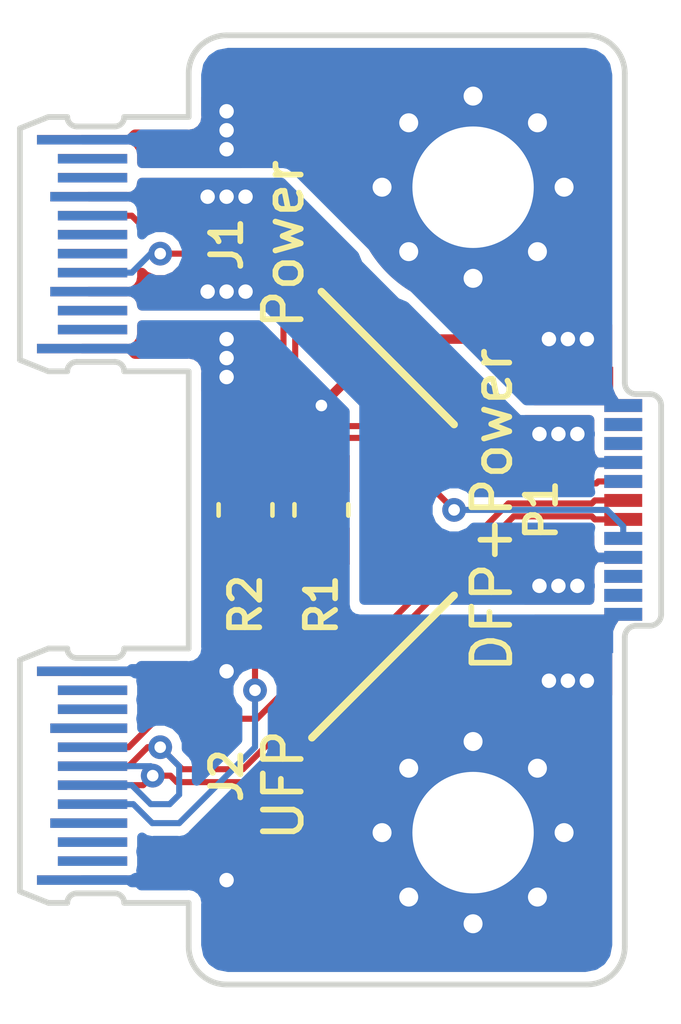
<source format=kicad_pcb>
(kicad_pcb (version 20171130) (host pcbnew 5.0.0-rc2-dev-unknown-r12871-bfe636d3)

  (general
    (thickness 0.6)
    (drawings 47)
    (tracks 158)
    (zones 0)
    (modules 7)
    (nets 47)
  )

  (page USLetter)
  (title_block
    (title "PD Buddy Wye")
    (date 2017-08-06)
    (rev v1.2)
  )

  (layers
    (0 F.Cu signal)
    (31 B.Cu signal)
    (32 B.Adhes user)
    (33 F.Adhes user)
    (34 B.Paste user)
    (35 F.Paste user)
    (36 B.SilkS user)
    (37 F.SilkS user)
    (38 B.Mask user)
    (39 F.Mask user)
    (40 Dwgs.User user)
    (41 Cmts.User user)
    (42 Eco1.User user)
    (43 Eco2.User user)
    (44 Edge.Cuts user)
    (45 Margin user)
    (46 B.CrtYd user)
    (47 F.CrtYd user)
    (48 B.Fab user)
    (49 F.Fab user)
  )

  (setup
    (last_trace_width 0.16)
    (trace_clearance 0.15)
    (zone_clearance 0.254)
    (zone_45_only no)
    (trace_min 0.16)
    (segment_width 0.2)
    (edge_width 0.15)
    (via_size 0.625)
    (via_drill 0.305)
    (via_min_size 0.4)
    (via_min_drill 0.3)
    (uvia_size 0.3)
    (uvia_drill 0.1)
    (uvias_allowed no)
    (uvia_min_size 0.2)
    (uvia_min_drill 0.1)
    (pcb_text_width 0.3)
    (pcb_text_size 1.5 1.5)
    (mod_edge_width 0.15)
    (mod_text_size 0.8 0.8)
    (mod_text_width 0.15)
    (pad_size 0.5 0.5)
    (pad_drill 0)
    (pad_to_mask_clearance 0.1)
    (aux_axis_origin 0 0)
    (visible_elements FFFFFF7F)
    (pcbplotparams
      (layerselection 0x00030_80000001)
      (usegerberextensions false)
      (usegerberattributes false)
      (usegerberadvancedattributes false)
      (creategerberjobfile false)
      (excludeedgelayer true)
      (linewidth 0.100000)
      (plotframeref false)
      (viasonmask false)
      (mode 1)
      (useauxorigin false)
      (hpglpennumber 1)
      (hpglpenspeed 20)
      (hpglpendiameter 15)
      (psnegative false)
      (psa4output false)
      (plotreference true)
      (plotvalue true)
      (plotinvisibletext false)
      (padsonsilk false)
      (subtractmaskfromsilk false)
      (outputformat 1)
      (mirror false)
      (drillshape 1)
      (scaleselection 1)
      (outputdirectory ""))
  )

  (net 0 "")
  (net 1 GND)
  (net 2 "Net-(J1-PadA2)")
  (net 3 "Net-(J1-PadA3)")
  (net 4 VBUS)
  (net 5 "Net-(J1-PadA6)")
  (net 6 "Net-(J1-PadA7)")
  (net 7 "Net-(J1-PadA10)")
  (net 8 "Net-(J1-PadA8)")
  (net 9 "Net-(J1-PadA11)")
  (net 10 "Net-(J1-PadB6)")
  (net 11 "Net-(J1-PadB7)")
  (net 12 "Net-(J1-PadB2)")
  (net 13 "Net-(J1-PadB3)")
  (net 14 "Net-(J1-PadB8)")
  (net 15 "Net-(J1-PadB10)")
  (net 16 "Net-(J1-PadB11)")
  (net 17 "Net-(J2-PadA2)")
  (net 18 "Net-(J2-PadA3)")
  (net 19 "Net-(J2-PadA4)")
  (net 20 "Net-(J2-PadA10)")
  (net 21 "Net-(J2-PadA9)")
  (net 22 "Net-(J2-PadA8)")
  (net 23 "Net-(J2-PadA11)")
  (net 24 "Net-(J2-PadB4)")
  (net 25 "Net-(J2-PadB9)")
  (net 26 "Net-(J2-PadB2)")
  (net 27 "Net-(J2-PadB3)")
  (net 28 "Net-(J2-PadB8)")
  (net 29 "Net-(J2-PadB10)")
  (net 30 "Net-(J2-PadB11)")
  (net 31 "Net-(P1-PadA2)")
  (net 32 "Net-(P1-PadA3)")
  (net 33 "Net-(P1-PadA8)")
  (net 34 "Net-(P1-PadA10)")
  (net 35 "Net-(P1-PadA11)")
  (net 36 "Net-(P1-PadB2)")
  (net 37 "Net-(P1-PadB3)")
  (net 38 "Net-(P1-PadB8)")
  (net 39 "Net-(P1-PadB10)")
  (net 40 "Net-(P1-PadB11)")
  (net 41 /D+)
  (net 42 /D-)
  (net 43 /CC1P)
  (net 44 /CC2P)
  (net 45 /CC1D)
  (net 46 /CC2D)

  (net_class Default "This is the default net class."
    (clearance 0.15)
    (trace_width 0.16)
    (via_dia 0.625)
    (via_drill 0.305)
    (uvia_dia 0.3)
    (uvia_drill 0.1)
    (add_net /CC1D)
    (add_net /CC1P)
    (add_net /CC2D)
    (add_net /CC2P)
    (add_net /D+)
    (add_net /D-)
    (add_net "Net-(J1-PadA10)")
    (add_net "Net-(J1-PadA11)")
    (add_net "Net-(J1-PadA2)")
    (add_net "Net-(J1-PadA3)")
    (add_net "Net-(J1-PadA6)")
    (add_net "Net-(J1-PadA7)")
    (add_net "Net-(J1-PadA8)")
    (add_net "Net-(J1-PadB10)")
    (add_net "Net-(J1-PadB11)")
    (add_net "Net-(J1-PadB2)")
    (add_net "Net-(J1-PadB3)")
    (add_net "Net-(J1-PadB6)")
    (add_net "Net-(J1-PadB7)")
    (add_net "Net-(J1-PadB8)")
    (add_net "Net-(J2-PadA10)")
    (add_net "Net-(J2-PadA11)")
    (add_net "Net-(J2-PadA2)")
    (add_net "Net-(J2-PadA3)")
    (add_net "Net-(J2-PadA4)")
    (add_net "Net-(J2-PadA8)")
    (add_net "Net-(J2-PadA9)")
    (add_net "Net-(J2-PadB10)")
    (add_net "Net-(J2-PadB11)")
    (add_net "Net-(J2-PadB2)")
    (add_net "Net-(J2-PadB3)")
    (add_net "Net-(J2-PadB4)")
    (add_net "Net-(J2-PadB8)")
    (add_net "Net-(J2-PadB9)")
    (add_net "Net-(P1-PadA10)")
    (add_net "Net-(P1-PadA11)")
    (add_net "Net-(P1-PadA2)")
    (add_net "Net-(P1-PadA3)")
    (add_net "Net-(P1-PadA8)")
    (add_net "Net-(P1-PadB10)")
    (add_net "Net-(P1-PadB11)")
    (add_net "Net-(P1-PadB2)")
    (add_net "Net-(P1-PadB3)")
    (add_net "Net-(P1-PadB8)")
  )

  (net_class Power ""
    (clearance 0.15)
    (trace_width 0.7)
    (via_dia 0.7)
    (via_drill 0.38)
    (uvia_dia 0.3)
    (uvia_drill 0.1)
  )

  (net_class Power_Small ""
    (clearance 0.15)
    (trace_width 0.25)
    (via_dia 0.7)
    (via_drill 0.38)
    (uvia_dia 0.3)
    (uvia_drill 0.1)
    (add_net GND)
    (add_net VBUS)
  )

  (module Connector_USB_C_PCBEdge:USB_C_Receptacle_PCBEdge_Alt_ShieldPads (layer F.Cu) (tedit 5AEE034E) (tstamp 5AEE0B19)
    (at 107.5 119.5 270)
    (descr "USB Type-C Receptacle, PCB edge, Non-conductive shell, With shield pads, http://www.usb.org/developers/docs/usb_31_033017.zip")
    (tags "USB Type-C Receptacle PCB edge non-conductive shield")
    (path /59860C73)
    (attr virtual)
    (fp_text reference J2 (at 0 -1 270) (layer F.SilkS)
      (effects (font (size 0.8 0.8) (thickness 0.15)))
    )
    (fp_text value UFP (at 0.25 -2.5 270) (layer F.SilkS)
      (effects (font (size 1 1) (thickness 0.15)))
    )
    (fp_line (start -3.045 4.45) (end 3.045 4.45) (layer Dwgs.User) (width 0.1))
    (fp_line (start -3.345 3.7) (end -3.045 4.45) (layer Dwgs.User) (width 0.1))
    (fp_line (start 3.345 3.7) (end 3.045 4.45) (layer Dwgs.User) (width 0.1))
    (fp_line (start 3.345 3.2) (end 3.345 3.7) (layer Dwgs.User) (width 0.1))
    (fp_line (start 3.345 0) (end 3.345 1.7) (layer Dwgs.User) (width 0.1))
    (fp_arc (start 3.345 1.95) (end 3.345 1.7) (angle -90) (layer Dwgs.User) (width 0.1))
    (fp_arc (start 3.345 2.95) (end 3.095 2.95) (angle -90) (layer Dwgs.User) (width 0.1))
    (fp_line (start 3.095 2.95) (end 3.095 1.95) (layer Dwgs.User) (width 0.1))
    (fp_arc (start -3.345 1.95) (end -3.345 1.7) (angle 90) (layer Dwgs.User) (width 0.1))
    (fp_line (start -3.095 2.95) (end -3.095 1.95) (layer Dwgs.User) (width 0.1))
    (fp_arc (start -3.345 2.95) (end -3.095 2.95) (angle 90) (layer Dwgs.User) (width 0.1))
    (fp_line (start -3.345 3.2) (end -3.345 3.7) (layer Dwgs.User) (width 0.1))
    (fp_line (start -3.345 0) (end -3.345 1.7) (layer Dwgs.User) (width 0.1))
    (fp_line (start -2.8 0) (end 2.8 0) (layer F.Fab) (width 0.1))
    (fp_line (start 2.8 0) (end 2.8 1.37) (layer F.Fab) (width 0.1))
    (fp_line (start 2.8 1.37) (end -2.8 1.37) (layer F.Fab) (width 0.1))
    (fp_line (start -2.8 1.37) (end -2.8 0) (layer F.Fab) (width 0.1))
    (fp_line (start 3.345 0) (end 4.17 0) (layer Dwgs.User) (width 0.1))
    (fp_line (start -3.345 0) (end -4.17 0) (layer Dwgs.User) (width 0.1))
    (fp_text user "PCB Edge" (at 0 4.45 270) (layer Cmts.User)
      (effects (font (size 0.5 0.5) (thickness 0.075)))
    )
    (fp_line (start -4.17 -1) (end 4.17 -1) (layer F.CrtYd) (width 0.05))
    (fp_line (start 4.17 -1) (end 4.17 4.95) (layer F.CrtYd) (width 0.05))
    (fp_line (start 4.17 4.95) (end -4.17 4.95) (layer F.CrtYd) (width 0.05))
    (fp_line (start -4.17 4.95) (end -4.17 -1) (layer F.CrtYd) (width 0.05))
    (fp_text user "SH pad ⌀1.2mm" (at 0 0.7 270) (layer Cmts.User)
      (effects (font (size 0.5 0.5) (thickness 0.075)))
    )
    (fp_text user "Signal pads ⌀0.7mm" (at 0 2.6 270) (layer Cmts.User)
      (effects (font (size 0.5 0.5) (thickness 0.075)))
    )
    (fp_poly (pts (xy -3.35 1.6) (xy 3.35 1.6) (xy 3.35 4.45) (xy -3.35 4.45)) (layer F.Mask) (width 0))
    (fp_poly (pts (xy -3.35 1.6) (xy 3.35 1.6) (xy 3.35 4.45) (xy -3.35 4.45)) (layer B.Mask) (width 0))
    (pad S1 smd rect (at -2.75 -0.25 270) (size 0.5 0.5) (layers B.Cu B.Paste B.Mask)
      (net 1 GND))
    (pad S1 smd rect (at -2.75 -0.25 270) (size 0.5 0.5) (layers F.Cu F.Paste F.Mask)
      (net 1 GND))
    (pad S1 smd rect (at 2.75 -0.25 270) (size 0.5 0.5) (layers B.Cu B.Paste B.Mask)
      (net 1 GND))
    (pad A7 connect rect (at 0.25 2.535 270) (size 0.25 1.83) (layers F.Cu F.Mask)
      (net 42 /D-))
    (pad A6 connect rect (at -0.25 2.535 270) (size 0.25 1.83) (layers F.Cu F.Mask)
      (net 41 /D+))
    (pad A5 connect rect (at -0.75 2.535 270) (size 0.25 1.83) (layers F.Cu F.Mask)
      (net 45 /CC1D))
    (pad A8 connect rect (at 0.75 2.535 270) (size 0.25 1.83) (layers F.Cu F.Mask)
      (net 22 "Net-(J2-PadA8)"))
    (pad A3 connect rect (at -1.75 2.535 270) (size 0.25 1.83) (layers F.Cu F.Mask)
      (net 18 "Net-(J2-PadA3)"))
    (pad A2 connect rect (at -2.25 2.535 270) (size 0.25 1.83) (layers F.Cu F.Mask)
      (net 17 "Net-(J2-PadA2)"))
    (pad A10 connect rect (at 1.75 2.535 270) (size 0.25 1.83) (layers F.Cu F.Mask)
      (net 20 "Net-(J2-PadA10)"))
    (pad A11 connect rect (at 2.25 2.535 270) (size 0.25 1.83) (layers F.Cu F.Mask)
      (net 23 "Net-(J2-PadA11)"))
    (pad A1 connect rect (at -2.75 2.81 270) (size 0.25 2.38) (layers F.Cu F.Mask)
      (net 1 GND))
    (pad A4 connect rect (at -1.25 2.635 270) (size 0.25 2.03) (layers F.Cu F.Mask)
      (net 19 "Net-(J2-PadA4)"))
    (pad A9 connect rect (at 1.25 2.635 270) (size 0.25 2.03) (layers F.Cu F.Mask)
      (net 21 "Net-(J2-PadA9)"))
    (pad S1 smd rect (at 2.75 -0.25 270) (size 0.5 0.5) (layers F.Cu F.Paste F.Mask)
      (net 1 GND))
    (pad B11 connect rect (at -2.25 2.535 270) (size 0.25 1.83) (layers B.Cu B.Mask)
      (net 30 "Net-(J2-PadB11)"))
    (pad B6 connect rect (at 0.25 2.535 270) (size 0.25 1.83) (layers B.Cu B.Mask)
      (net 41 /D+))
    (pad B4 connect rect (at 1.25 2.635 270) (size 0.25 2.03) (layers B.Cu B.Mask)
      (net 24 "Net-(J2-PadB4)"))
    (pad B10 connect rect (at -1.75 2.535 270) (size 0.25 1.83) (layers B.Cu B.Mask)
      (net 29 "Net-(J2-PadB10)"))
    (pad B9 connect rect (at -1.25 2.635 270) (size 0.25 2.03) (layers B.Cu B.Mask)
      (net 25 "Net-(J2-PadB9)"))
    (pad B2 connect rect (at 2.25 2.535 270) (size 0.25 1.83) (layers B.Cu B.Mask)
      (net 26 "Net-(J2-PadB2)"))
    (pad B1 connect rect (at 2.75 2.81 270) (size 0.25 2.38) (layers B.Cu B.Mask)
      (net 1 GND))
    (pad B3 connect rect (at 1.75 2.535 270) (size 0.25 1.83) (layers B.Cu B.Mask)
      (net 27 "Net-(J2-PadB3)"))
    (pad B12 connect rect (at -2.75 2.81 270) (size 0.25 2.38) (layers B.Cu B.Mask)
      (net 1 GND))
    (pad B8 connect rect (at -0.75 2.535 270) (size 0.25 1.83) (layers B.Cu B.Mask)
      (net 28 "Net-(J2-PadB8)"))
    (pad B5 connect rect (at 0.75 2.535 270) (size 0.25 1.83) (layers B.Cu B.Mask)
      (net 46 /CC2D))
    (pad B7 connect rect (at -0.25 2.535 270) (size 0.25 1.83) (layers B.Cu B.Mask)
      (net 42 /D-))
    (pad A12 connect rect (at 2.75 2.81 270) (size 0.25 2.38) (layers F.Cu F.Mask)
      (net 1 GND))
  )

  (module Connector_USB_C_PCBEdge:USB_C_Receptacle_PCBEdge_Alt_ShieldPads (layer F.Cu) (tedit 5AEE034A) (tstamp 5AEE1214)
    (at 107.5 105.5 270)
    (descr "USB Type-C Receptacle, PCB edge, Non-conductive shell, With shield pads, http://www.usb.org/developers/docs/usb_31_033017.zip")
    (tags "USB Type-C Receptacle PCB edge non-conductive shield")
    (path /59860B95)
    (attr virtual)
    (fp_text reference J1 (at 0 -1 270) (layer F.SilkS)
      (effects (font (size 0.8 0.8) (thickness 0.15)))
    )
    (fp_text value Power (at 0 -2.5 270) (layer F.SilkS)
      (effects (font (size 1 1) (thickness 0.15)))
    )
    (fp_poly (pts (xy -3.35 1.6) (xy 3.35 1.6) (xy 3.35 4.45) (xy -3.35 4.45)) (layer B.Mask) (width 0))
    (fp_poly (pts (xy -3.35 1.6) (xy 3.35 1.6) (xy 3.35 4.45) (xy -3.35 4.45)) (layer F.Mask) (width 0))
    (fp_text user "Signal pads ⌀0.7mm" (at 0 2.6 270) (layer Cmts.User)
      (effects (font (size 0.5 0.5) (thickness 0.075)))
    )
    (fp_text user "SH pad ⌀1.2mm" (at 0 0.7 270) (layer Cmts.User)
      (effects (font (size 0.5 0.5) (thickness 0.075)))
    )
    (fp_line (start -4.17 4.95) (end -4.17 -1) (layer F.CrtYd) (width 0.05))
    (fp_line (start 4.17 4.95) (end -4.17 4.95) (layer F.CrtYd) (width 0.05))
    (fp_line (start 4.17 -1) (end 4.17 4.95) (layer F.CrtYd) (width 0.05))
    (fp_line (start -4.17 -1) (end 4.17 -1) (layer F.CrtYd) (width 0.05))
    (fp_text user "PCB Edge" (at 0 4.45 270) (layer Cmts.User)
      (effects (font (size 0.5 0.5) (thickness 0.075)))
    )
    (fp_line (start -3.345 0) (end -4.17 0) (layer Dwgs.User) (width 0.1))
    (fp_line (start 3.345 0) (end 4.17 0) (layer Dwgs.User) (width 0.1))
    (fp_line (start -2.8 1.37) (end -2.8 0) (layer F.Fab) (width 0.1))
    (fp_line (start 2.8 1.37) (end -2.8 1.37) (layer F.Fab) (width 0.1))
    (fp_line (start 2.8 0) (end 2.8 1.37) (layer F.Fab) (width 0.1))
    (fp_line (start -2.8 0) (end 2.8 0) (layer F.Fab) (width 0.1))
    (fp_line (start -3.345 0) (end -3.345 1.7) (layer Dwgs.User) (width 0.1))
    (fp_line (start -3.345 3.2) (end -3.345 3.7) (layer Dwgs.User) (width 0.1))
    (fp_arc (start -3.345 2.95) (end -3.095 2.95) (angle 90) (layer Dwgs.User) (width 0.1))
    (fp_line (start -3.095 2.95) (end -3.095 1.95) (layer Dwgs.User) (width 0.1))
    (fp_arc (start -3.345 1.95) (end -3.345 1.7) (angle 90) (layer Dwgs.User) (width 0.1))
    (fp_line (start 3.095 2.95) (end 3.095 1.95) (layer Dwgs.User) (width 0.1))
    (fp_arc (start 3.345 2.95) (end 3.095 2.95) (angle -90) (layer Dwgs.User) (width 0.1))
    (fp_arc (start 3.345 1.95) (end 3.345 1.7) (angle -90) (layer Dwgs.User) (width 0.1))
    (fp_line (start 3.345 0) (end 3.345 1.7) (layer Dwgs.User) (width 0.1))
    (fp_line (start 3.345 3.2) (end 3.345 3.7) (layer Dwgs.User) (width 0.1))
    (fp_line (start 3.345 3.7) (end 3.045 4.45) (layer Dwgs.User) (width 0.1))
    (fp_line (start -3.345 3.7) (end -3.045 4.45) (layer Dwgs.User) (width 0.1))
    (fp_line (start -3.045 4.45) (end 3.045 4.45) (layer Dwgs.User) (width 0.1))
    (pad A12 connect rect (at 2.75 2.81 270) (size 0.25 2.38) (layers F.Cu F.Mask)
      (net 1 GND))
    (pad B7 connect rect (at -0.25 2.535 270) (size 0.25 1.83) (layers B.Cu B.Mask)
      (net 11 "Net-(J1-PadB7)"))
    (pad B5 connect rect (at 0.75 2.535 270) (size 0.25 1.83) (layers B.Cu B.Mask)
      (net 44 /CC2P))
    (pad B8 connect rect (at -0.75 2.535 270) (size 0.25 1.83) (layers B.Cu B.Mask)
      (net 14 "Net-(J1-PadB8)"))
    (pad B12 connect rect (at -2.75 2.81 270) (size 0.25 2.38) (layers B.Cu B.Mask)
      (net 1 GND))
    (pad B3 connect rect (at 1.75 2.535 270) (size 0.25 1.83) (layers B.Cu B.Mask)
      (net 13 "Net-(J1-PadB3)"))
    (pad B1 connect rect (at 2.75 2.81 270) (size 0.25 2.38) (layers B.Cu B.Mask)
      (net 1 GND))
    (pad B2 connect rect (at 2.25 2.535 270) (size 0.25 1.83) (layers B.Cu B.Mask)
      (net 12 "Net-(J1-PadB2)"))
    (pad B9 connect rect (at -1.25 2.635 270) (size 0.25 2.03) (layers B.Cu B.Mask)
      (net 4 VBUS))
    (pad B10 connect rect (at -1.75 2.535 270) (size 0.25 1.83) (layers B.Cu B.Mask)
      (net 15 "Net-(J1-PadB10)"))
    (pad B4 connect rect (at 1.25 2.635 270) (size 0.25 2.03) (layers B.Cu B.Mask)
      (net 4 VBUS))
    (pad B6 connect rect (at 0.25 2.535 270) (size 0.25 1.83) (layers B.Cu B.Mask)
      (net 10 "Net-(J1-PadB6)"))
    (pad B11 connect rect (at -2.25 2.535 270) (size 0.25 1.83) (layers B.Cu B.Mask)
      (net 16 "Net-(J1-PadB11)"))
    (pad S1 smd rect (at 2.75 -0.25 270) (size 0.5 0.5) (layers F.Cu F.Paste F.Mask)
      (net 1 GND))
    (pad A9 connect rect (at 1.25 2.635 270) (size 0.25 2.03) (layers F.Cu F.Mask)
      (net 4 VBUS))
    (pad A4 connect rect (at -1.25 2.635 270) (size 0.25 2.03) (layers F.Cu F.Mask)
      (net 4 VBUS))
    (pad A1 connect rect (at -2.75 2.81 270) (size 0.25 2.38) (layers F.Cu F.Mask)
      (net 1 GND))
    (pad A11 connect rect (at 2.25 2.535 270) (size 0.25 1.83) (layers F.Cu F.Mask)
      (net 9 "Net-(J1-PadA11)"))
    (pad A10 connect rect (at 1.75 2.535 270) (size 0.25 1.83) (layers F.Cu F.Mask)
      (net 7 "Net-(J1-PadA10)"))
    (pad A2 connect rect (at -2.25 2.535 270) (size 0.25 1.83) (layers F.Cu F.Mask)
      (net 2 "Net-(J1-PadA2)"))
    (pad A3 connect rect (at -1.75 2.535 270) (size 0.25 1.83) (layers F.Cu F.Mask)
      (net 3 "Net-(J1-PadA3)"))
    (pad A8 connect rect (at 0.75 2.535 270) (size 0.25 1.83) (layers F.Cu F.Mask)
      (net 8 "Net-(J1-PadA8)"))
    (pad A5 connect rect (at -0.75 2.535 270) (size 0.25 1.83) (layers F.Cu F.Mask)
      (net 43 /CC1P))
    (pad A6 connect rect (at -0.25 2.535 270) (size 0.25 1.83) (layers F.Cu F.Mask)
      (net 5 "Net-(J1-PadA6)"))
    (pad A7 connect rect (at 0.25 2.535 270) (size 0.25 1.83) (layers F.Cu F.Mask)
      (net 6 "Net-(J1-PadA7)"))
    (pad S1 smd rect (at 2.75 -0.25 270) (size 0.5 0.5) (layers B.Cu B.Paste B.Mask)
      (net 1 GND))
    (pad S1 smd rect (at -2.75 -0.25 270) (size 0.5 0.5) (layers F.Cu F.Paste F.Mask)
      (net 1 GND))
    (pad S1 smd rect (at -2.75 -0.25 270) (size 0.5 0.5) (layers B.Cu B.Paste B.Mask)
      (net 1 GND))
  )

  (module Resistor_SMD:R_0805_2012Metric (layer F.Cu) (tedit 59FE48B8) (tstamp 5AC3F9EF)
    (at 109 112.5 270)
    (descr "Resistor SMD 0805 (2012 Metric), square (rectangular) end terminal, IPC_7351 nominal, (Body size source: http://www.tortai-tech.com/upload/download/2011102023233369053.pdf), generated with kicad-footprint-generator")
    (tags resistor)
    (path /59863CCA)
    (attr smd)
    (fp_text reference R2 (at 2.5 0 270) (layer F.SilkS)
      (effects (font (size 0.8 0.8) (thickness 0.15)))
    )
    (fp_text value 5.1k (at 0 1.85 270) (layer F.Fab)
      (effects (font (size 1 1) (thickness 0.15)))
    )
    (fp_line (start -1 0.6) (end -1 -0.6) (layer F.Fab) (width 0.1))
    (fp_line (start -1 -0.6) (end 1 -0.6) (layer F.Fab) (width 0.1))
    (fp_line (start 1 -0.6) (end 1 0.6) (layer F.Fab) (width 0.1))
    (fp_line (start 1 0.6) (end -1 0.6) (layer F.Fab) (width 0.1))
    (fp_line (start -0.15 -0.71) (end 0.15 -0.71) (layer F.SilkS) (width 0.12))
    (fp_line (start -0.15 0.71) (end 0.15 0.71) (layer F.SilkS) (width 0.12))
    (fp_line (start -1.69 1) (end -1.69 -1) (layer F.CrtYd) (width 0.05))
    (fp_line (start -1.69 -1) (end 1.69 -1) (layer F.CrtYd) (width 0.05))
    (fp_line (start 1.69 -1) (end 1.69 1) (layer F.CrtYd) (width 0.05))
    (fp_line (start 1.69 1) (end -1.69 1) (layer F.CrtYd) (width 0.05))
    (fp_text user %R (at 0 0 270) (layer F.Fab)
      (effects (font (size 0.5 0.5) (thickness 0.08)))
    )
    (pad 1 smd rect (at -0.955 0 270) (size 0.97 1.5) (layers F.Cu F.Paste F.Mask)
      (net 1 GND))
    (pad 2 smd rect (at 0.955 0 270) (size 0.97 1.5) (layers F.Cu F.Paste F.Mask)
      (net 46 /CC2D))
    (model ${KISYS3DMOD}/Resistor_SMD.3dshapes/R_0805_2012Metric.wrl
      (at (xyz 0 0 0))
      (scale (xyz 1 1 1))
      (rotate (xyz 0 0 0))
    )
  )

  (module Resistor_SMD:R_0805_2012Metric (layer F.Cu) (tedit 59FE48B8) (tstamp 5AC3F9DF)
    (at 111 112.5 90)
    (descr "Resistor SMD 0805 (2012 Metric), square (rectangular) end terminal, IPC_7351 nominal, (Body size source: http://www.tortai-tech.com/upload/download/2011102023233369053.pdf), generated with kicad-footprint-generator")
    (tags resistor)
    (path /59863DDF)
    (attr smd)
    (fp_text reference R1 (at -2.5 0 90) (layer F.SilkS)
      (effects (font (size 0.8 0.8) (thickness 0.15)))
    )
    (fp_text value 5.1k (at 0 1.85 90) (layer F.Fab)
      (effects (font (size 1 1) (thickness 0.15)))
    )
    (fp_text user %R (at 0 0 90) (layer F.Fab)
      (effects (font (size 0.5 0.5) (thickness 0.08)))
    )
    (fp_line (start 1.69 1) (end -1.69 1) (layer F.CrtYd) (width 0.05))
    (fp_line (start 1.69 -1) (end 1.69 1) (layer F.CrtYd) (width 0.05))
    (fp_line (start -1.69 -1) (end 1.69 -1) (layer F.CrtYd) (width 0.05))
    (fp_line (start -1.69 1) (end -1.69 -1) (layer F.CrtYd) (width 0.05))
    (fp_line (start -0.15 0.71) (end 0.15 0.71) (layer F.SilkS) (width 0.12))
    (fp_line (start -0.15 -0.71) (end 0.15 -0.71) (layer F.SilkS) (width 0.12))
    (fp_line (start 1 0.6) (end -1 0.6) (layer F.Fab) (width 0.1))
    (fp_line (start 1 -0.6) (end 1 0.6) (layer F.Fab) (width 0.1))
    (fp_line (start -1 -0.6) (end 1 -0.6) (layer F.Fab) (width 0.1))
    (fp_line (start -1 0.6) (end -1 -0.6) (layer F.Fab) (width 0.1))
    (pad 2 smd rect (at 0.955 0 90) (size 0.97 1.5) (layers F.Cu F.Paste F.Mask)
      (net 1 GND))
    (pad 1 smd rect (at -0.955 0 90) (size 0.97 1.5) (layers F.Cu F.Paste F.Mask)
      (net 45 /CC1D))
    (model ${KISYS3DMOD}/Resistor_SMD.3dshapes/R_0805_2012Metric.wrl
      (at (xyz 0 0 0))
      (scale (xyz 1 1 1))
      (rotate (xyz 0 0 0))
    )
  )

  (module Connectors_USB:USB_C_Plug_Molex_105444 (layer F.Cu) (tedit 59864031) (tstamp 5986117E)
    (at 119 112.5 270)
    (descr "Universal Serial Bus (USB) Shielded I/O Plug, Type C, Right Angle, Surface Mount, http://www.molex.com/pdm_docs/sd/1054440001_sd.pdf")
    (tags "USB Type-C Plug Edge Mount")
    (path /59860CDD)
    (zone_connect 2)
    (attr smd)
    (fp_text reference P1 (at 0 2.2 270) (layer F.SilkS)
      (effects (font (size 0.8 0.8) (thickness 0.15)))
    )
    (fp_text value DFP+Power (at 0 3.5 270) (layer F.SilkS)
      (effects (font (size 1 1) (thickness 0.15)))
    )
    (fp_text user %R (at 0 2.2 270) (layer F.Fab)
      (effects (font (size 1 1) (thickness 0.1)))
    )
    (fp_line (start -4.3 1.96) (end -4.3 -1.46) (layer F.CrtYd) (width 0.05))
    (fp_text user "PCB Edge" (at 0 -0.96 270) (layer Dwgs.User)
      (effects (font (size 0.5 0.5) (thickness 0.08)))
    )
    (fp_line (start 3.35 0) (end 4.3 0) (layer F.Fab) (width 0.1))
    (fp_line (start 3.05 -0.66) (end 3.05 -0.3) (layer F.Fab) (width 0.1))
    (fp_arc (start 2.75 -0.66) (end 2.75 -0.96) (angle 90) (layer F.Fab) (width 0.1))
    (fp_line (start -2.75 -0.96) (end 2.75 -0.96) (layer F.Fab) (width 0.1))
    (fp_arc (start -2.75 -0.66) (end -3.05 -0.66) (angle 90) (layer F.Fab) (width 0.1))
    (fp_arc (start 3.35 -0.3) (end 3.35 0) (angle 90) (layer F.Fab) (width 0.1))
    (fp_line (start -3.05 -0.66) (end -3.05 -0.3) (layer F.Fab) (width 0.1))
    (fp_arc (start -3.35 -0.3) (end -3.05 -0.3) (angle 90) (layer F.Fab) (width 0.1))
    (fp_line (start -3.35 0) (end -4.3 0) (layer F.Fab) (width 0.1))
    (fp_line (start 4.3 1.96) (end 4.3 -1.46) (layer F.CrtYd) (width 0.05))
    (fp_line (start 4.3 -1.46) (end -4.3 -1.46) (layer F.CrtYd) (width 0.05))
    (fp_line (start 4.3 1.96) (end -4.3 1.96) (layer F.CrtYd) (width 0.05))
    (pad A1 smd rect (at -2.75 0.04 270) (size 0.34 1) (layers F.Cu F.Paste F.Mask)
      (net 1 GND) (zone_connect 2))
    (pad A2 smd rect (at -2.25 0.04 270) (size 0.34 1) (layers F.Cu F.Paste F.Mask)
      (net 31 "Net-(P1-PadA2)") (zone_connect 2))
    (pad A3 smd rect (at -1.75 0.04 270) (size 0.34 1) (layers F.Cu F.Paste F.Mask)
      (net 32 "Net-(P1-PadA3)") (zone_connect 2))
    (pad A4 smd rect (at -1.25 0.04 270) (size 0.34 1) (layers F.Cu F.Paste F.Mask)
      (net 4 VBUS) (zone_connect 2))
    (pad A5 smd rect (at -0.75 0.04 270) (size 0.34 1) (layers F.Cu F.Paste F.Mask)
      (net 43 /CC1P) (zone_connect 2))
    (pad A6 smd rect (at -0.25 0.04 270) (size 0.34 1) (layers F.Cu F.Paste F.Mask)
      (net 41 /D+) (zone_connect 2))
    (pad A7 smd rect (at 0.25 0.04 270) (size 0.34 1) (layers F.Cu F.Paste F.Mask)
      (net 42 /D-) (zone_connect 2))
    (pad A8 smd rect (at 0.75 0.04 270) (size 0.34 1) (layers F.Cu F.Paste F.Mask)
      (net 33 "Net-(P1-PadA8)") (zone_connect 2))
    (pad A9 smd rect (at 1.25 0.04 270) (size 0.34 1) (layers F.Cu F.Paste F.Mask)
      (net 4 VBUS) (zone_connect 2))
    (pad A10 smd rect (at 1.75 0.04 270) (size 0.34 1) (layers F.Cu F.Paste F.Mask)
      (net 34 "Net-(P1-PadA10)") (zone_connect 2))
    (pad A11 smd rect (at 2.25 0.04 270) (size 0.34 1) (layers F.Cu F.Paste F.Mask)
      (net 35 "Net-(P1-PadA11)") (zone_connect 2))
    (pad A12 smd rect (at 2.75 0.04 270) (size 0.34 1) (layers F.Cu F.Paste F.Mask)
      (net 1 GND) (zone_connect 2))
    (pad S1 smd rect (at -3.42 0.88 270) (size 0.7 1.15) (layers F.Cu F.Paste F.Mask)
      (net 1 GND) (zone_connect 2))
    (pad S1 smd rect (at 3.42 0.88 270) (size 0.7 1.15) (layers B.Cu B.Paste B.Mask)
      (net 1 GND) (zone_connect 2))
    (pad B1 smd rect (at 2.75 0.04 270) (size 0.34 1) (layers B.Cu B.Paste B.Mask)
      (net 1 GND) (zone_connect 2))
    (pad B2 smd rect (at 2.25 0.04 270) (size 0.34 1) (layers B.Cu B.Paste B.Mask)
      (net 36 "Net-(P1-PadB2)") (zone_connect 2))
    (pad B3 smd rect (at 1.75 0.04 270) (size 0.34 1) (layers B.Cu B.Paste B.Mask)
      (net 37 "Net-(P1-PadB3)") (zone_connect 2))
    (pad B4 smd rect (at 1.25 0.04 270) (size 0.34 1) (layers B.Cu B.Paste B.Mask)
      (net 4 VBUS) (zone_connect 2))
    (pad B5 smd rect (at 0.75 0.04 270) (size 0.34 1) (layers B.Cu B.Paste B.Mask)
      (net 44 /CC2P) (zone_connect 2))
    (pad B8 smd rect (at -0.75 0.04 270) (size 0.34 1) (layers B.Cu B.Paste B.Mask)
      (net 38 "Net-(P1-PadB8)") (zone_connect 2))
    (pad B9 smd rect (at -1.25 0.04 270) (size 0.34 1) (layers B.Cu B.Paste B.Mask)
      (net 4 VBUS) (zone_connect 2))
    (pad B10 smd rect (at -1.75 0.04 270) (size 0.34 1) (layers B.Cu B.Paste B.Mask)
      (net 39 "Net-(P1-PadB10)") (zone_connect 2))
    (pad B11 smd rect (at -2.25 0.04 270) (size 0.34 1) (layers B.Cu B.Paste B.Mask)
      (net 40 "Net-(P1-PadB11)") (zone_connect 2))
    (pad B12 smd rect (at -2.75 0.04 270) (size 0.34 1) (layers B.Cu B.Paste B.Mask)
      (net 1 GND) (zone_connect 2))
    (model ${KISYS3DMOD}/Connectors_USB.3dshapes/USB_C_Plug_Molex_105444.wrl
      (at (xyz 0 0 0))
      (scale (xyz 1 1 1))
      (rotate (xyz 0 0 0))
    )
  )

  (module Mounting_Holes:MountingHole_3.2mm_M3_Pad_Via (layer F.Cu) (tedit 59861099) (tstamp 59861484)
    (at 115 104)
    (descr "Mounting Hole 3.2mm, M3")
    (tags "mounting hole 3.2mm m3")
    (path /59861CE1)
    (zone_connect 2)
    (fp_text reference MK1 (at 0 -4.2) (layer F.Fab)
      (effects (font (size 0.8 0.8) (thickness 0.15)))
    )
    (fp_text value M3 (at 0 4.2) (layer F.Fab)
      (effects (font (size 1 1) (thickness 0.15)))
    )
    (fp_circle (center 0 0) (end 3.2 0) (layer Cmts.User) (width 0.15))
    (fp_circle (center 0 0) (end 3.45 0) (layer F.CrtYd) (width 0.05))
    (pad 1 thru_hole circle (at 0 0) (size 6.4 6.4) (drill 3.2) (layers *.Cu *.Mask)
      (net 1 GND) (zone_connect 2))
    (pad "" thru_hole circle (at 2.4 0) (size 0.6 0.6) (drill 0.5) (layers *.Cu *.Mask)
      (zone_connect 2))
    (pad "" thru_hole circle (at 1.697056 1.697056) (size 0.6 0.6) (drill 0.5) (layers *.Cu *.Mask)
      (zone_connect 2))
    (pad "" thru_hole circle (at 0 2.4) (size 0.6 0.6) (drill 0.5) (layers *.Cu *.Mask)
      (zone_connect 2))
    (pad "" thru_hole circle (at -1.697056 1.697056) (size 0.6 0.6) (drill 0.5) (layers *.Cu *.Mask)
      (zone_connect 2))
    (pad "" thru_hole circle (at -2.4 0) (size 0.6 0.6) (drill 0.5) (layers *.Cu *.Mask)
      (zone_connect 2))
    (pad "" thru_hole circle (at -1.697056 -1.697056) (size 0.6 0.6) (drill 0.5) (layers *.Cu *.Mask)
      (zone_connect 2))
    (pad "" thru_hole circle (at 0 -2.4) (size 0.6 0.6) (drill 0.5) (layers *.Cu *.Mask)
      (zone_connect 2))
    (pad "" thru_hole circle (at 1.697056 -1.697056) (size 0.6 0.6) (drill 0.5) (layers *.Cu *.Mask)
      (zone_connect 2))
  )

  (module Mounting_Holes:MountingHole_3.2mm_M3_Pad_Via (layer F.Cu) (tedit 5986109E) (tstamp 59861493)
    (at 115 121)
    (descr "Mounting Hole 3.2mm, M3")
    (tags "mounting hole 3.2mm m3")
    (path /59861F93)
    (zone_connect 2)
    (fp_text reference MK2 (at 0 -4.2) (layer F.Fab)
      (effects (font (size 0.8 0.8) (thickness 0.15)))
    )
    (fp_text value M3 (at 0 4.2) (layer F.Fab)
      (effects (font (size 1 1) (thickness 0.15)))
    )
    (fp_circle (center 0 0) (end 3.2 0) (layer Cmts.User) (width 0.15))
    (fp_circle (center 0 0) (end 3.45 0) (layer F.CrtYd) (width 0.05))
    (pad 1 thru_hole circle (at 0 0) (size 6.4 6.4) (drill 3.2) (layers *.Cu *.Mask)
      (net 1 GND) (zone_connect 2))
    (pad "" thru_hole circle (at 2.4 0) (size 0.6 0.6) (drill 0.5) (layers *.Cu *.Mask)
      (zone_connect 2))
    (pad "" thru_hole circle (at 1.697056 1.697056) (size 0.6 0.6) (drill 0.5) (layers *.Cu *.Mask)
      (zone_connect 2))
    (pad "" thru_hole circle (at 0 2.4) (size 0.6 0.6) (drill 0.5) (layers *.Cu *.Mask)
      (zone_connect 2))
    (pad "" thru_hole circle (at -1.697056 1.697056) (size 0.6 0.6) (drill 0.5) (layers *.Cu *.Mask)
      (zone_connect 2))
    (pad "" thru_hole circle (at -2.4 0) (size 0.6 0.6) (drill 0.5) (layers *.Cu *.Mask)
      (zone_connect 2))
    (pad "" thru_hole circle (at -1.697056 -1.697056) (size 0.6 0.6) (drill 0.5) (layers *.Cu *.Mask)
      (zone_connect 2))
    (pad "" thru_hole circle (at 0 -2.4) (size 0.6 0.6) (drill 0.5) (layers *.Cu *.Mask)
      (zone_connect 2))
    (pad "" thru_hole circle (at 1.697056 -1.697056) (size 0.6 0.6) (drill 0.5) (layers *.Cu *.Mask)
      (zone_connect 2))
  )

  (gr_text "PD Buddy\nWye v1.2" (at 109.75 112.5 90) (layer B.Mask) (tstamp 5AC43480)
    (effects (font (size 0.8 0.8) (thickness 0.12)) (justify mirror))
  )
  (gr_arc (start 105.55 116.15) (end 105.55 116.4) (angle -90) (layer Edge.Cuts) (width 0.15) (tstamp 5AD0069F))
  (gr_arc (start 104.55 116.15) (end 104.3 116.15) (angle -90) (layer Edge.Cuts) (width 0.15) (tstamp 5AD0069C))
  (gr_arc (start 104.55 122.85) (end 104.55 122.6) (angle -90) (layer Edge.Cuts) (width 0.15) (tstamp 5AD00699))
  (gr_arc (start 105.55 122.85) (end 105.8 122.85) (angle -90) (layer Edge.Cuts) (width 0.15) (tstamp 5AD00697))
  (gr_arc (start 105.55 108.85) (end 105.8 108.85) (angle -90) (layer Edge.Cuts) (width 0.15) (tstamp 5AD00692))
  (gr_arc (start 104.55 108.85) (end 104.55 108.6) (angle -90) (layer Edge.Cuts) (width 0.15) (tstamp 5AD0068D))
  (gr_arc (start 104.55 102.15) (end 104.3 102.15) (angle -90) (layer Edge.Cuts) (width 0.15) (tstamp 5AD00688))
  (gr_arc (start 105.55 102.15) (end 105.55 102.4) (angle -90) (layer Edge.Cuts) (width 0.15))
  (gr_line (start 107.5 122.85) (end 107.5 124) (layer Edge.Cuts) (width 0.15))
  (gr_line (start 105.8 122.85) (end 107.5 122.85) (layer Edge.Cuts) (width 0.15))
  (gr_line (start 104.55 122.6) (end 105.55 122.6) (layer Edge.Cuts) (width 0.15))
  (gr_line (start 103.8 122.85) (end 104.3 122.85) (layer Edge.Cuts) (width 0.15))
  (gr_line (start 103.05 122.55) (end 103.8 122.85) (layer Edge.Cuts) (width 0.15))
  (gr_line (start 103.05 116.45) (end 103.05 122.55) (layer Edge.Cuts) (width 0.15))
  (gr_line (start 103.8 116.15) (end 103.05 116.45) (layer Edge.Cuts) (width 0.15))
  (gr_line (start 104.3 116.15) (end 103.8 116.15) (layer Edge.Cuts) (width 0.15))
  (gr_line (start 105.55 116.4) (end 104.55 116.4) (layer Edge.Cuts) (width 0.15))
  (gr_line (start 107.5 116.15) (end 105.8 116.15) (layer Edge.Cuts) (width 0.15))
  (gr_line (start 107.5 108.85) (end 107.5 116.15) (layer Edge.Cuts) (width 0.15))
  (gr_line (start 105.8 108.85) (end 107.5 108.85) (layer Edge.Cuts) (width 0.15))
  (gr_line (start 104.55 108.6) (end 105.55 108.6) (layer Edge.Cuts) (width 0.15))
  (gr_line (start 103.8 108.85) (end 104.3 108.85) (layer Edge.Cuts) (width 0.15))
  (gr_line (start 103.05 108.55) (end 103.8 108.85) (layer Edge.Cuts) (width 0.15))
  (gr_line (start 103.05 102.45) (end 103.05 108.55) (layer Edge.Cuts) (width 0.15))
  (gr_line (start 103.8 102.15) (end 103.05 102.45) (layer Edge.Cuts) (width 0.15))
  (gr_line (start 104.3 102.15) (end 103.8 102.15) (layer Edge.Cuts) (width 0.15))
  (gr_line (start 105.55 102.4) (end 104.55 102.4) (layer Edge.Cuts) (width 0.15))
  (gr_line (start 107.5 102.15) (end 105.8 102.15) (layer Edge.Cuts) (width 0.15))
  (gr_line (start 107.5 101) (end 107.5 102.15) (layer Edge.Cuts) (width 0.15))
  (gr_line (start 111 106.75) (end 114.5 110.25) (layer F.SilkS) (width 0.2))
  (gr_line (start 110.75 118.5) (end 114.5 114.75) (layer F.SilkS) (width 0.2))
  (gr_line (start 119.3 109.45) (end 119.66 109.45) (layer Edge.Cuts) (width 0.15))
  (gr_arc (start 119.3 109.15) (end 119.3 109.45) (angle 90) (layer Edge.Cuts) (width 0.15) (tstamp 59861792))
  (gr_line (start 119.96 109.75) (end 119.96 115.25) (layer Edge.Cuts) (width 0.15))
  (gr_arc (start 119.66 109.75) (end 119.66 109.45) (angle 90) (layer Edge.Cuts) (width 0.15) (tstamp 59861790))
  (gr_line (start 119.66 115.55) (end 119.3 115.55) (layer Edge.Cuts) (width 0.15))
  (gr_arc (start 119.66 115.25) (end 119.96 115.25) (angle 90) (layer Edge.Cuts) (width 0.15) (tstamp 5986178E))
  (gr_arc (start 119.3 115.85) (end 119 115.85) (angle 90) (layer Edge.Cuts) (width 0.15))
  (gr_arc (start 118 101) (end 118 100) (angle 90) (layer Edge.Cuts) (width 0.15))
  (gr_arc (start 108.5 101) (end 107.5 101) (angle 90) (layer Edge.Cuts) (width 0.15))
  (gr_arc (start 108.5 124) (end 108.5 125) (angle 90) (layer Edge.Cuts) (width 0.15))
  (gr_arc (start 118 124) (end 119 124) (angle 90) (layer Edge.Cuts) (width 0.15))
  (gr_line (start 119 124) (end 119 115.85) (layer Edge.Cuts) (width 0.15))
  (gr_line (start 108.5 125) (end 118 125) (layer Edge.Cuts) (width 0.15))
  (gr_line (start 118 100) (end 108.5 100) (layer Edge.Cuts) (width 0.15))
  (gr_line (start 119 109.15) (end 119 101) (layer Edge.Cuts) (width 0.15))

  (segment (start 111.312499 109.437501) (end 111 109.75) (width 0.25) (layer F.Cu) (net 1))
  (segment (start 117 108) (end 112.75 108) (width 0.25) (layer F.Cu) (net 1))
  (segment (start 112.75 108) (end 111.312499 109.437501) (width 0.25) (layer F.Cu) (net 1))
  (via (at 111 109.75) (size 0.625) (drill 0.305) (layers F.Cu B.Cu) (net 1))
  (segment (start 104.69 108.25) (end 108.25 108.25) (width 0.25) (layer B.Cu) (net 1))
  (segment (start 104.69 102.75) (end 108.25 102.75) (width 0.25) (layer B.Cu) (net 1))
  (segment (start 104.69 108.25) (end 108.25 108.25) (width 0.25) (layer F.Cu) (net 1))
  (segment (start 104.69 102.75) (end 108.25 102.75) (width 0.25) (layer F.Cu) (net 1))
  (segment (start 111 111.55) (end 109 111.55) (width 0.25) (layer F.Cu) (net 1))
  (segment (start 118 109) (end 118 108) (width 0.25) (layer B.Cu) (net 1))
  (segment (start 118.75 109.75) (end 118 109) (width 0.25) (layer B.Cu) (net 1))
  (segment (start 118.96 109.75) (end 118.75 109.75) (width 0.25) (layer B.Cu) (net 1))
  (segment (start 118.96 115.25) (end 118.79 115.25) (width 0.25) (layer B.Cu) (net 1))
  (segment (start 118.79 115.25) (end 118.12 115.92) (width 0.25) (layer B.Cu) (net 1))
  (segment (start 118 115.88) (end 118 117) (width 0.25) (layer F.Cu) (net 1))
  (segment (start 118.96 115.25) (end 118.63 115.25) (width 0.25) (layer F.Cu) (net 1))
  (segment (start 118.63 115.25) (end 118 115.88) (width 0.25) (layer F.Cu) (net 1))
  (segment (start 118.96 109.75) (end 118.79 109.75) (width 0.25) (layer F.Cu) (net 1))
  (segment (start 118.79 109.75) (end 118.12 109.08) (width 0.25) (layer F.Cu) (net 1))
  (segment (start 118.12 109.08) (end 118.12 108.12) (width 0.25) (layer F.Cu) (net 1))
  (segment (start 118.12 108.12) (end 118 108) (width 0.25) (layer F.Cu) (net 1))
  (segment (start 117.5 117) (end 117 117) (width 0.25) (layer B.Cu) (net 1))
  (via (at 117 117) (size 0.7) (drill 0.38) (layers F.Cu B.Cu) (net 1))
  (segment (start 118 117) (end 117.5 117) (width 0.25) (layer B.Cu) (net 1))
  (via (at 117.5 117) (size 0.7) (drill 0.38) (layers F.Cu B.Cu) (net 1))
  (segment (start 118.12 115.92) (end 118.12 116.88) (width 0.25) (layer B.Cu) (net 1))
  (segment (start 118.12 116.88) (end 118 117) (width 0.25) (layer B.Cu) (net 1))
  (via (at 118 117) (size 0.7) (drill 0.38) (layers F.Cu B.Cu) (net 1))
  (segment (start 117.5 108) (end 117 108) (width 0.25) (layer F.Cu) (net 1))
  (via (at 117 108) (size 0.7) (drill 0.38) (layers F.Cu B.Cu) (net 1))
  (segment (start 118 108) (end 117.5 108) (width 0.25) (layer F.Cu) (net 1))
  (via (at 117.5 108) (size 0.7) (drill 0.38) (layers F.Cu B.Cu) (net 1))
  (via (at 118 108) (size 0.7) (drill 0.38) (layers F.Cu B.Cu) (net 1))
  (segment (start 104.69 116.75) (end 107.75 116.75) (width 0.25) (layer F.Cu) (net 1))
  (segment (start 104.69 122.25) (end 107.75 122.25) (width 0.25) (layer F.Cu) (net 1))
  (segment (start 107.75 116.75) (end 108.5 116.75) (width 0.25) (layer F.Cu) (net 1))
  (via (at 108.5 116.75) (size 0.7) (drill 0.38) (layers F.Cu B.Cu) (net 1))
  (segment (start 104.69 116.75) (end 108.5 116.75) (width 0.25) (layer B.Cu) (net 1))
  (segment (start 107.75 122.25) (end 108.25 122.25) (width 0.25) (layer F.Cu) (net 1))
  (via (at 108.499978 122.25) (size 0.7) (drill 0.38) (layers F.Cu B.Cu) (net 1))
  (segment (start 104.69 122.25) (end 107.75 122.25) (width 0.25) (layer B.Cu) (net 1))
  (segment (start 107.75 122.25) (end 108.25 122.25) (width 0.25) (layer B.Cu) (net 1))
  (segment (start 108.25 122.25) (end 108.499978 122.25) (width 0.25) (layer B.Cu) (net 1))
  (segment (start 108.25 122.25) (end 108.499978 122.25) (width 0.25) (layer F.Cu) (net 1))
  (segment (start 109 109.5) (end 108.849999 109.349999) (width 0.25) (layer F.Cu) (net 1))
  (segment (start 108.849999 109.349999) (end 108.5 109) (width 0.25) (layer F.Cu) (net 1))
  (via (at 108.5 109) (size 0.7) (drill 0.38) (layers F.Cu B.Cu) (net 1))
  (segment (start 109 111.545) (end 109 109.5) (width 0.25) (layer F.Cu) (net 1))
  (via (at 108.5 108.5) (size 0.7) (drill 0.38) (layers F.Cu B.Cu) (net 1))
  (via (at 108.5 108) (size 0.7) (drill 0.38) (layers F.Cu B.Cu) (net 1))
  (via (at 108.5 103) (size 0.7) (drill 0.38) (layers F.Cu B.Cu) (net 1))
  (via (at 108.5 102.5) (size 0.7) (drill 0.38) (layers F.Cu B.Cu) (net 1))
  (via (at 108.5 102) (size 0.7) (drill 0.38) (layers F.Cu B.Cu) (net 1))
  (segment (start 118.96 111.25) (end 118.21 111.25) (width 0.25) (layer B.Cu) (net 4))
  (segment (start 118.21 111.25) (end 117.75 110.79) (width 0.25) (layer B.Cu) (net 4))
  (segment (start 117.75 110.79) (end 117.75 110.5) (width 0.25) (layer B.Cu) (net 4))
  (segment (start 118.96 113.75) (end 118.21 113.75) (width 0.25) (layer B.Cu) (net 4))
  (segment (start 118.21 113.75) (end 117.75 114.21) (width 0.25) (layer B.Cu) (net 4))
  (segment (start 117.75 114.21) (end 117.75 114.5) (width 0.25) (layer B.Cu) (net 4))
  (segment (start 118.96 113.75) (end 118.21 113.75) (width 0.25) (layer F.Cu) (net 4))
  (segment (start 118.21 113.75) (end 117.75 114.21) (width 0.25) (layer F.Cu) (net 4))
  (segment (start 117.75 114.21) (end 117.75 114.5) (width 0.25) (layer F.Cu) (net 4))
  (segment (start 118.96 111.25) (end 118.21 111.25) (width 0.25) (layer F.Cu) (net 4))
  (segment (start 118.21 111.25) (end 117.75 110.79) (width 0.25) (layer F.Cu) (net 4))
  (segment (start 117.75 110.79) (end 117.75 110.5) (width 0.25) (layer F.Cu) (net 4))
  (segment (start 117.25 114.5) (end 116.75 114.5) (width 0.25) (layer F.Cu) (net 4))
  (via (at 116.75 114.5) (size 0.7) (drill 0.38) (layers F.Cu B.Cu) (net 4))
  (segment (start 117.75 114.5) (end 117.25 114.5) (width 0.25) (layer F.Cu) (net 4))
  (via (at 117.25 114.5) (size 0.7) (drill 0.38) (layers F.Cu B.Cu) (net 4))
  (via (at 117.75 114.5) (size 0.7) (drill 0.38) (layers F.Cu B.Cu) (net 4))
  (segment (start 117.25 110.5) (end 116.75 110.5) (width 0.25) (layer F.Cu) (net 4))
  (via (at 116.75 110.5) (size 0.7) (drill 0.38) (layers F.Cu B.Cu) (net 4))
  (via (at 117.25 110.5) (size 0.7) (drill 0.38) (layers F.Cu B.Cu) (net 4))
  (segment (start 117.75 110.5) (end 117.25 110.5) (width 0.25) (layer F.Cu) (net 4))
  (via (at 117.75 110.5) (size 0.7) (drill 0.38) (layers F.Cu B.Cu) (net 4))
  (segment (start 104.865 104.25) (end 108 104.25) (width 0.25) (layer B.Cu) (net 4))
  (via (at 108 104.25) (size 0.7) (drill 0.38) (layers F.Cu B.Cu) (net 4))
  (segment (start 104.865 104.25) (end 108 104.25) (width 0.25) (layer F.Cu) (net 4))
  (via (at 108.5 104.25) (size 0.7) (drill 0.38) (layers F.Cu B.Cu) (net 4))
  (via (at 109 104.25) (size 0.7) (drill 0.38) (layers F.Cu B.Cu) (net 4))
  (segment (start 104.865 106.75) (end 108.000022 106.75) (width 0.25) (layer F.Cu) (net 4))
  (segment (start 104.865 106.75) (end 108.000022 106.75) (width 0.25) (layer B.Cu) (net 4))
  (via (at 108.000022 106.75) (size 0.7) (drill 0.38) (layers F.Cu B.Cu) (net 4))
  (via (at 108.5 106.75) (size 0.7) (drill 0.38) (layers F.Cu B.Cu) (net 4))
  (via (at 109 106.75) (size 0.7) (drill 0.38) (layers F.Cu B.Cu) (net 4))
  (segment (start 118.96 112.25) (end 118.21 112.25) (width 0.16) (layer F.Cu) (net 41))
  (segment (start 118.21 112.25) (end 118.13 112.33) (width 0.16) (layer F.Cu) (net 41))
  (segment (start 107.33 119.33) (end 106.75 118.75) (width 0.16) (layer F.Cu) (net 41))
  (segment (start 118.13 112.33) (end 115.929584 112.33) (width 0.16) (layer F.Cu) (net 41))
  (segment (start 115.929584 112.33) (end 108.929584 119.33) (width 0.16) (layer F.Cu) (net 41))
  (segment (start 108.929584 119.33) (end 107.33 119.33) (width 0.16) (layer F.Cu) (net 41))
  (segment (start 106.5 120.25) (end 106 119.75) (width 0.16) (layer B.Cu) (net 41))
  (segment (start 106 119.75) (end 104.965 119.75) (width 0.16) (layer B.Cu) (net 41))
  (segment (start 107 120.25) (end 106.5 120.25) (width 0.16) (layer B.Cu) (net 41))
  (segment (start 107.25 120) (end 107 120.25) (width 0.16) (layer B.Cu) (net 41))
  (segment (start 107.25 119.25) (end 107.25 120) (width 0.16) (layer B.Cu) (net 41))
  (segment (start 106.75 118.75) (end 107.25 119.25) (width 0.16) (layer B.Cu) (net 41))
  (segment (start 106.419002 118.75) (end 106.75 118.75) (width 0.16) (layer F.Cu) (net 41))
  (segment (start 104.965 119.25) (end 105.919002 119.25) (width 0.16) (layer F.Cu) (net 41))
  (segment (start 105.919002 119.25) (end 106.419002 118.75) (width 0.16) (layer F.Cu) (net 41))
  (via (at 106.75 118.75) (size 0.625) (drill 0.305) (layers F.Cu B.Cu) (net 41))
  (segment (start 116.070416 112.67) (end 109.070416 119.67) (width 0.16) (layer F.Cu) (net 42))
  (segment (start 118.13 112.67) (end 116.070416 112.67) (width 0.16) (layer F.Cu) (net 42))
  (segment (start 109.070416 119.67) (end 107.189167 119.67) (width 0.16) (layer F.Cu) (net 42))
  (segment (start 118.21 112.75) (end 118.13 112.67) (width 0.16) (layer F.Cu) (net 42))
  (segment (start 118.96 112.75) (end 118.21 112.75) (width 0.16) (layer F.Cu) (net 42))
  (segment (start 107.189167 119.67) (end 107.018411 119.499244) (width 0.16) (layer F.Cu) (net 42))
  (segment (start 107.018411 119.499244) (end 106.551816 119.499244) (width 0.16) (layer F.Cu) (net 42))
  (via (at 106.551816 119.499244) (size 0.625) (drill 0.305) (layers F.Cu B.Cu) (net 42))
  (segment (start 106.30106 119.75) (end 106.551816 119.499244) (width 0.16) (layer F.Cu) (net 42))
  (segment (start 104.965 119.25) (end 106.5 119.25) (width 0.16) (layer B.Cu) (net 42))
  (segment (start 104.965 119.75) (end 106.30106 119.75) (width 0.16) (layer F.Cu) (net 42))
  (segment (start 106.5 119.25) (end 106.551816 119.301816) (width 0.16) (layer B.Cu) (net 42))
  (segment (start 106.551816 119.301816) (end 106.551816 119.499244) (width 0.16) (layer B.Cu) (net 42))
  (segment (start 110.739598 110.292502) (end 110.310011 109.862915) (width 0.16) (layer F.Cu) (net 43))
  (segment (start 112.792502 110.292502) (end 110.739598 110.292502) (width 0.16) (layer F.Cu) (net 43))
  (segment (start 106 104.75) (end 104.965 104.75) (width 0.16) (layer F.Cu) (net 43))
  (segment (start 118.247998 111.802002) (end 114.302002 111.802002) (width 0.16) (layer F.Cu) (net 43))
  (segment (start 114.302002 111.802002) (end 112.792502 110.292502) (width 0.16) (layer F.Cu) (net 43))
  (segment (start 107.311579 105.311579) (end 107 105) (width 0.16) (layer F.Cu) (net 43))
  (segment (start 118.3 111.75) (end 118.247998 111.802002) (width 0.16) (layer F.Cu) (net 43))
  (segment (start 110.310011 105.87159) (end 109.75 105.311579) (width 0.16) (layer F.Cu) (net 43))
  (segment (start 118.96 111.75) (end 118.3 111.75) (width 0.16) (layer F.Cu) (net 43))
  (segment (start 110.310011 109.862915) (end 110.310011 105.87159) (width 0.16) (layer F.Cu) (net 43))
  (segment (start 109.75 105.311579) (end 107.311579 105.311579) (width 0.16) (layer F.Cu) (net 43))
  (segment (start 107 105) (end 106.25 105) (width 0.16) (layer F.Cu) (net 43))
  (segment (start 106.25 105) (end 106 104.75) (width 0.16) (layer F.Cu) (net 43))
  (segment (start 106.5 105.75) (end 106.74997 105.75) (width 0.16) (layer B.Cu) (net 44))
  (segment (start 104.965 106.25) (end 106 106.25) (width 0.16) (layer B.Cu) (net 44))
  (segment (start 106 106.25) (end 106.5 105.75) (width 0.16) (layer B.Cu) (net 44))
  (via (at 106.74997 105.75) (size 0.625) (drill 0.305) (layers F.Cu B.Cu) (net 44))
  (segment (start 107.191911 105.75) (end 106.74997 105.75) (width 0.16) (layer F.Cu) (net 44))
  (segment (start 110 109.991325) (end 110 106) (width 0.16) (layer F.Cu) (net 44))
  (segment (start 110.611188 110.602513) (end 110 109.991325) (width 0.16) (layer F.Cu) (net 44))
  (segment (start 110 106) (end 109.75 105.75) (width 0.16) (layer F.Cu) (net 44))
  (segment (start 112.602513 110.602513) (end 110.611188 110.602513) (width 0.16) (layer F.Cu) (net 44))
  (segment (start 114.5 112.5) (end 112.602513 110.602513) (width 0.16) (layer F.Cu) (net 44))
  (segment (start 109.75 105.75) (end 107.191911 105.75) (width 0.16) (layer F.Cu) (net 44))
  (segment (start 114.5 112.5) (end 118.53 112.5) (width 0.16) (layer B.Cu) (net 44))
  (segment (start 118.53 112.5) (end 118.96 112.93) (width 0.16) (layer B.Cu) (net 44))
  (segment (start 118.96 112.93) (end 118.96 113.25) (width 0.16) (layer B.Cu) (net 44))
  (via (at 114.5 112.5) (size 0.625) (drill 0.305) (layers F.Cu B.Cu) (net 44))
  (segment (start 111 116.302902) (end 109.302902 118) (width 0.16) (layer F.Cu) (net 45))
  (segment (start 111 113.455) (end 111 116.302902) (width 0.16) (layer F.Cu) (net 45))
  (segment (start 105.919002 118.75) (end 104.965 118.75) (width 0.16) (layer F.Cu) (net 45))
  (segment (start 109.302902 118) (end 106.669002 118) (width 0.16) (layer F.Cu) (net 45))
  (segment (start 106.669002 118) (end 105.919002 118.75) (width 0.16) (layer F.Cu) (net 45))
  (segment (start 106.04 120.25) (end 106.54 120.75) (width 0.16) (layer B.Cu) (net 46))
  (segment (start 104.965 120.25) (end 106.04 120.25) (width 0.16) (layer B.Cu) (net 46))
  (segment (start 106.54 120.75) (end 107.25 120.75) (width 0.16) (layer B.Cu) (net 46))
  (via (at 109.25 117.25) (size 0.625) (drill 0.305) (layers F.Cu B.Cu) (net 46))
  (segment (start 107.25 120.75) (end 109.25 118.75) (width 0.16) (layer B.Cu) (net 46))
  (segment (start 109.25 117.691941) (end 109.25 117.25) (width 0.16) (layer B.Cu) (net 46))
  (segment (start 109.25 118.75) (end 109.25 117.691941) (width 0.16) (layer B.Cu) (net 46))
  (segment (start 109.25 116.808059) (end 109.25 117.25) (width 0.16) (layer F.Cu) (net 46))
  (segment (start 109 113.455) (end 109 116.25) (width 0.16) (layer F.Cu) (net 46))
  (segment (start 109.25 116.5) (end 109.25 116.808059) (width 0.16) (layer F.Cu) (net 46))
  (segment (start 109 116.25) (end 109.25 116.5) (width 0.16) (layer F.Cu) (net 46))

  (zone (net 1) (net_name GND) (layer B.Cu) (tstamp 0) (hatch edge 0.508)
    (connect_pads (clearance 0.254))
    (min_thickness 0.254)
    (fill yes (arc_segments 16) (thermal_gap 0.254) (thermal_bridge_width 0.508))
    (polygon
      (pts
        (xy 105.5 99.5) (xy 120.5 99.5) (xy 120.5 125.5) (xy 105.5 125.5)
      )
    )
    (filled_polygon
      (pts
        (xy 111.619 109.907816) (xy 111.619 115) (xy 111.648002 115.145802) (xy 111.730592 115.269408) (xy 111.854198 115.351998)
        (xy 112 115.381) (xy 118.712246 115.381) (xy 118.708718 115.384528) (xy 118.643686 115.481854) (xy 118.588069 115.616126)
        (xy 118.575598 115.646234) (xy 118.552762 115.761039) (xy 118.552762 115.761047) (xy 118.544001 115.805091) (xy 118.544 123.955089)
        (xy 118.494337 124.204761) (xy 118.378349 124.378349) (xy 118.204761 124.494337) (xy 117.955089 124.544) (xy 108.544911 124.544)
        (xy 108.295239 124.494337) (xy 108.121651 124.378349) (xy 108.005663 124.204761) (xy 107.956 123.955089) (xy 107.956 122.894909)
        (xy 107.964933 122.85) (xy 107.929542 122.672078) (xy 107.855721 122.561597) (xy 112.621944 122.561597) (xy 112.621944 122.832515)
        (xy 112.72562 123.082812) (xy 112.917188 123.27438) (xy 113.167485 123.378056) (xy 113.438403 123.378056) (xy 113.6887 123.27438)
        (xy 113.698539 123.264541) (xy 114.319 123.264541) (xy 114.319 123.535459) (xy 114.422676 123.785756) (xy 114.614244 123.977324)
        (xy 114.864541 124.081) (xy 115.135459 124.081) (xy 115.385756 123.977324) (xy 115.577324 123.785756) (xy 115.681 123.535459)
        (xy 115.681 123.264541) (xy 115.577324 123.014244) (xy 115.385756 122.822676) (xy 115.135459 122.719) (xy 114.864541 122.719)
        (xy 114.614244 122.822676) (xy 114.422676 123.014244) (xy 114.319 123.264541) (xy 113.698539 123.264541) (xy 113.880268 123.082812)
        (xy 113.983944 122.832515) (xy 113.983944 122.561597) (xy 116.016056 122.561597) (xy 116.016056 122.832515) (xy 116.119732 123.082812)
        (xy 116.3113 123.27438) (xy 116.561597 123.378056) (xy 116.832515 123.378056) (xy 117.082812 123.27438) (xy 117.27438 123.082812)
        (xy 117.378056 122.832515) (xy 117.378056 122.561597) (xy 117.27438 122.3113) (xy 117.082812 122.119732) (xy 116.832515 122.016056)
        (xy 116.561597 122.016056) (xy 116.3113 122.119732) (xy 116.119732 122.3113) (xy 116.016056 122.561597) (xy 113.983944 122.561597)
        (xy 113.880268 122.3113) (xy 113.6887 122.119732) (xy 113.438403 122.016056) (xy 113.167485 122.016056) (xy 112.917188 122.119732)
        (xy 112.72562 122.3113) (xy 112.621944 122.561597) (xy 107.855721 122.561597) (xy 107.828757 122.521243) (xy 107.677922 122.420458)
        (xy 107.544909 122.394) (xy 107.5 122.385067) (xy 107.455091 122.394) (xy 106.24725 122.394) (xy 106.16575 122.3125)
        (xy 105.998545 122.3125) (xy 105.980117 122.294072) (xy 105.921849 122.25514) (xy 106.028659 122.233894) (xy 106.098093 122.1875)
        (xy 106.16575 122.1875) (xy 106.261 122.09225) (xy 106.261 122.049214) (xy 106.242632 122.004869) (xy 106.268464 121.875)
        (xy 106.268464 121.625) (xy 106.2436 121.5) (xy 106.268464 121.375) (xy 106.268464 121.125) (xy 106.268006 121.122699)
        (xy 106.360127 121.184252) (xy 106.54 121.220031) (xy 106.585402 121.211) (xy 107.204603 121.211) (xy 107.25 121.22003)
        (xy 107.295397 121.211) (xy 107.295402 121.211) (xy 107.429873 121.184252) (xy 107.582362 121.082362) (xy 107.608081 121.043871)
        (xy 107.787411 120.864541) (xy 111.919 120.864541) (xy 111.919 121.135459) (xy 112.022676 121.385756) (xy 112.214244 121.577324)
        (xy 112.464541 121.681) (xy 112.735459 121.681) (xy 112.985756 121.577324) (xy 113.177324 121.385756) (xy 113.281 121.135459)
        (xy 113.281 120.864541) (xy 116.719 120.864541) (xy 116.719 121.135459) (xy 116.822676 121.385756) (xy 117.014244 121.577324)
        (xy 117.264541 121.681) (xy 117.535459 121.681) (xy 117.785756 121.577324) (xy 117.977324 121.385756) (xy 118.081 121.135459)
        (xy 118.081 120.864541) (xy 117.977324 120.614244) (xy 117.785756 120.422676) (xy 117.535459 120.319) (xy 117.264541 120.319)
        (xy 117.014244 120.422676) (xy 116.822676 120.614244) (xy 116.719 120.864541) (xy 113.281 120.864541) (xy 113.177324 120.614244)
        (xy 112.985756 120.422676) (xy 112.735459 120.319) (xy 112.464541 120.319) (xy 112.214244 120.422676) (xy 112.022676 120.614244)
        (xy 111.919 120.864541) (xy 107.787411 120.864541) (xy 109.484467 119.167485) (xy 112.621944 119.167485) (xy 112.621944 119.438403)
        (xy 112.72562 119.6887) (xy 112.917188 119.880268) (xy 113.167485 119.983944) (xy 113.438403 119.983944) (xy 113.6887 119.880268)
        (xy 113.880268 119.6887) (xy 113.983944 119.438403) (xy 113.983944 119.167485) (xy 113.880268 118.917188) (xy 113.6887 118.72562)
        (xy 113.438403 118.621944) (xy 113.167485 118.621944) (xy 112.917188 118.72562) (xy 112.72562 118.917188) (xy 112.621944 119.167485)
        (xy 109.484467 119.167485) (xy 109.543875 119.108078) (xy 109.582362 119.082362) (xy 109.608081 119.043872) (xy 109.657805 118.969454)
        (xy 109.684252 118.929873) (xy 109.711 118.795402) (xy 109.711 118.795398) (xy 109.72003 118.750001) (xy 109.711 118.704604)
        (xy 109.711 118.464541) (xy 114.319 118.464541) (xy 114.319 118.735459) (xy 114.422676 118.985756) (xy 114.614244 119.177324)
        (xy 114.864541 119.281) (xy 115.135459 119.281) (xy 115.385756 119.177324) (xy 115.395595 119.167485) (xy 116.016056 119.167485)
        (xy 116.016056 119.438403) (xy 116.119732 119.6887) (xy 116.3113 119.880268) (xy 116.561597 119.983944) (xy 116.832515 119.983944)
        (xy 117.082812 119.880268) (xy 117.27438 119.6887) (xy 117.378056 119.438403) (xy 117.378056 119.167485) (xy 117.27438 118.917188)
        (xy 117.082812 118.72562) (xy 116.832515 118.621944) (xy 116.561597 118.621944) (xy 116.3113 118.72562) (xy 116.119732 118.917188)
        (xy 116.016056 119.167485) (xy 115.395595 119.167485) (xy 115.577324 118.985756) (xy 115.681 118.735459) (xy 115.681 118.464541)
        (xy 115.577324 118.214244) (xy 115.385756 118.022676) (xy 115.135459 117.919) (xy 114.864541 117.919) (xy 114.614244 118.022676)
        (xy 114.422676 118.214244) (xy 114.319 118.464541) (xy 109.711 118.464541) (xy 109.711 117.769757) (xy 109.837921 117.642836)
        (xy 109.9435 117.387946) (xy 109.9435 117.112054) (xy 109.837921 116.857164) (xy 109.642836 116.662079) (xy 109.387946 116.5565)
        (xy 109.112054 116.5565) (xy 108.857164 116.662079) (xy 108.662079 116.857164) (xy 108.5565 117.112054) (xy 108.5565 117.387946)
        (xy 108.662079 117.642836) (xy 108.789001 117.769758) (xy 108.789 118.559047) (xy 107.711 119.637048) (xy 107.711 119.295402)
        (xy 107.720031 119.25) (xy 107.684252 119.070127) (xy 107.60808 118.956127) (xy 107.608079 118.956126) (xy 107.582362 118.917638)
        (xy 107.543875 118.891922) (xy 107.4435 118.791547) (xy 107.4435 118.612054) (xy 107.337921 118.357164) (xy 107.142836 118.162079)
        (xy 106.887946 118.0565) (xy 106.612054 118.0565) (xy 106.357164 118.162079) (xy 106.268464 118.250779) (xy 106.268464 118.125)
        (xy 106.2436 118) (xy 106.268464 117.875) (xy 106.268464 117.625) (xy 106.2436 117.5) (xy 106.268464 117.375)
        (xy 106.268464 117.125) (xy 106.242632 116.995131) (xy 106.261 116.950786) (xy 106.261 116.90775) (xy 106.16575 116.8125)
        (xy 106.098093 116.8125) (xy 106.028659 116.766106) (xy 105.921849 116.74486) (xy 105.980116 116.705928) (xy 105.980118 116.705927)
        (xy 105.998545 116.6875) (xy 106.16575 116.6875) (xy 106.24725 116.606) (xy 107.455091 116.606) (xy 107.5 116.614933)
        (xy 107.544909 116.606) (xy 107.677922 116.579542) (xy 107.828757 116.478757) (xy 107.929542 116.327922) (xy 107.964933 116.15)
        (xy 107.956 116.105091) (xy 107.956 108.894909) (xy 107.964933 108.85) (xy 107.929542 108.672078) (xy 107.828757 108.521243)
        (xy 107.677922 108.420458) (xy 107.544909 108.394) (xy 107.5 108.385067) (xy 107.455091 108.394) (xy 106.24725 108.394)
        (xy 106.16575 108.3125) (xy 105.998545 108.3125) (xy 105.980117 108.294072) (xy 105.921849 108.25514) (xy 106.028659 108.233894)
        (xy 106.098093 108.1875) (xy 106.16575 108.1875) (xy 106.261 108.09225) (xy 106.261 108.049214) (xy 106.242632 108.004869)
        (xy 106.268464 107.875) (xy 106.268464 107.631) (xy 109.342184 107.631)
      )
    )
    (filled_polygon
      (pts
        (xy 118.204761 100.505663) (xy 118.378349 100.621651) (xy 118.494337 100.795239) (xy 118.544001 101.044916) (xy 118.544 109.194908)
        (xy 118.552762 109.238957) (xy 118.552762 109.238961) (xy 118.575598 109.353766) (xy 118.643686 109.518146) (xy 118.708716 109.61547)
        (xy 118.712246 109.619) (xy 116.407816 109.619) (xy 113.166439 106.377623) (xy 113.167485 106.378056) (xy 113.438403 106.378056)
        (xy 113.6887 106.27438) (xy 113.698539 106.264541) (xy 114.319 106.264541) (xy 114.319 106.535459) (xy 114.422676 106.785756)
        (xy 114.614244 106.977324) (xy 114.864541 107.081) (xy 115.135459 107.081) (xy 115.385756 106.977324) (xy 115.577324 106.785756)
        (xy 115.681 106.535459) (xy 115.681 106.264541) (xy 115.577324 106.014244) (xy 115.385756 105.822676) (xy 115.135459 105.719)
        (xy 114.864541 105.719) (xy 114.614244 105.822676) (xy 114.422676 106.014244) (xy 114.319 106.264541) (xy 113.698539 106.264541)
        (xy 113.880268 106.082812) (xy 113.983944 105.832515) (xy 113.983944 105.561597) (xy 116.016056 105.561597) (xy 116.016056 105.832515)
        (xy 116.119732 106.082812) (xy 116.3113 106.27438) (xy 116.561597 106.378056) (xy 116.832515 106.378056) (xy 117.082812 106.27438)
        (xy 117.27438 106.082812) (xy 117.378056 105.832515) (xy 117.378056 105.561597) (xy 117.27438 105.3113) (xy 117.082812 105.119732)
        (xy 116.832515 105.016056) (xy 116.561597 105.016056) (xy 116.3113 105.119732) (xy 116.119732 105.3113) (xy 116.016056 105.561597)
        (xy 113.983944 105.561597) (xy 113.880268 105.3113) (xy 113.6887 105.119732) (xy 113.438403 105.016056) (xy 113.167485 105.016056)
        (xy 112.917188 105.119732) (xy 112.72562 105.3113) (xy 112.621944 105.561597) (xy 112.621944 105.832515) (xy 112.622377 105.833561)
        (xy 110.653357 103.864541) (xy 111.919 103.864541) (xy 111.919 104.135459) (xy 112.022676 104.385756) (xy 112.214244 104.577324)
        (xy 112.464541 104.681) (xy 112.735459 104.681) (xy 112.985756 104.577324) (xy 113.177324 104.385756) (xy 113.281 104.135459)
        (xy 113.281 103.864541) (xy 116.719 103.864541) (xy 116.719 104.135459) (xy 116.822676 104.385756) (xy 117.014244 104.577324)
        (xy 117.264541 104.681) (xy 117.535459 104.681) (xy 117.785756 104.577324) (xy 117.977324 104.385756) (xy 118.081 104.135459)
        (xy 118.081 103.864541) (xy 117.977324 103.614244) (xy 117.785756 103.422676) (xy 117.535459 103.319) (xy 117.264541 103.319)
        (xy 117.014244 103.422676) (xy 116.822676 103.614244) (xy 116.719 103.864541) (xy 113.281 103.864541) (xy 113.177324 103.614244)
        (xy 112.985756 103.422676) (xy 112.735459 103.319) (xy 112.464541 103.319) (xy 112.214244 103.422676) (xy 112.022676 103.614244)
        (xy 111.919 103.864541) (xy 110.653357 103.864541) (xy 110.269408 103.480592) (xy 110.145802 103.398002) (xy 110 103.369)
        (xy 106.268464 103.369) (xy 106.268464 103.125) (xy 106.242632 102.995131) (xy 106.261 102.950786) (xy 106.261 102.90775)
        (xy 106.16575 102.8125) (xy 106.098093 102.8125) (xy 106.028659 102.766106) (xy 105.921849 102.74486) (xy 105.980116 102.705928)
        (xy 105.980118 102.705927) (xy 105.998545 102.6875) (xy 106.16575 102.6875) (xy 106.24725 102.606) (xy 107.455091 102.606)
        (xy 107.5 102.614933) (xy 107.544909 102.606) (xy 107.677922 102.579542) (xy 107.828757 102.478757) (xy 107.929542 102.327922)
        (xy 107.961455 102.167485) (xy 112.621944 102.167485) (xy 112.621944 102.438403) (xy 112.72562 102.6887) (xy 112.917188 102.880268)
        (xy 113.167485 102.983944) (xy 113.438403 102.983944) (xy 113.6887 102.880268) (xy 113.880268 102.6887) (xy 113.983944 102.438403)
        (xy 113.983944 102.167485) (xy 113.880268 101.917188) (xy 113.6887 101.72562) (xy 113.438403 101.621944) (xy 113.167485 101.621944)
        (xy 112.917188 101.72562) (xy 112.72562 101.917188) (xy 112.621944 102.167485) (xy 107.961455 102.167485) (xy 107.964933 102.15)
        (xy 107.956 102.105091) (xy 107.956 101.464541) (xy 114.319 101.464541) (xy 114.319 101.735459) (xy 114.422676 101.985756)
        (xy 114.614244 102.177324) (xy 114.864541 102.281) (xy 115.135459 102.281) (xy 115.385756 102.177324) (xy 115.395595 102.167485)
        (xy 116.016056 102.167485) (xy 116.016056 102.438403) (xy 116.119732 102.6887) (xy 116.3113 102.880268) (xy 116.561597 102.983944)
        (xy 116.832515 102.983944) (xy 117.082812 102.880268) (xy 117.27438 102.6887) (xy 117.378056 102.438403) (xy 117.378056 102.167485)
        (xy 117.27438 101.917188) (xy 117.082812 101.72562) (xy 116.832515 101.621944) (xy 116.561597 101.621944) (xy 116.3113 101.72562)
        (xy 116.119732 101.917188) (xy 116.016056 102.167485) (xy 115.395595 102.167485) (xy 115.577324 101.985756) (xy 115.681 101.735459)
        (xy 115.681 101.464541) (xy 115.577324 101.214244) (xy 115.385756 101.022676) (xy 115.135459 100.919) (xy 114.864541 100.919)
        (xy 114.614244 101.022676) (xy 114.422676 101.214244) (xy 114.319 101.464541) (xy 107.956 101.464541) (xy 107.956 101.044911)
        (xy 108.005663 100.795239) (xy 108.121651 100.621651) (xy 108.295239 100.505663) (xy 108.544911 100.456) (xy 117.955089 100.456)
      )
    )
  )
  (zone (net 1) (net_name GND) (layer F.Cu) (tstamp 0) (hatch edge 0.508)
    (connect_pads (clearance 0.254))
    (min_thickness 0.254)
    (fill yes (arc_segments 16) (thermal_gap 0.254) (thermal_bridge_width 0.508))
    (polygon
      (pts
        (xy 116.5 107.5) (xy 119.5 107.5) (xy 119.5 110) (xy 116.5 110)
      )
    )
    (filled_polygon
      (pts
        (xy 118.544 109.194908) (xy 118.552762 109.238957) (xy 118.552762 109.238961) (xy 118.575598 109.353766) (xy 118.643686 109.518146)
        (xy 118.708716 109.61547) (xy 118.712246 109.619) (xy 116.627 109.619) (xy 116.627 107.627) (xy 118.544 107.627)
      )
    )
  )
  (zone (net 1) (net_name GND) (layer F.Cu) (tstamp 0) (hatch edge 0.508)
    (connect_pads (clearance 0.254))
    (min_thickness 0.254)
    (fill yes (arc_segments 16) (thermal_gap 0.254) (thermal_bridge_width 0.508))
    (polygon
      (pts
        (xy 116.5 115) (xy 119.5 115) (xy 119.5 117.5) (xy 116.5 117.5)
      )
    )
    (filled_polygon
      (pts
        (xy 118.708718 115.384528) (xy 118.643686 115.481854) (xy 118.588069 115.616126) (xy 118.575598 115.646234) (xy 118.552762 115.761039)
        (xy 118.552762 115.761047) (xy 118.544001 115.805091) (xy 118.544001 117.373) (xy 116.627 117.373) (xy 116.627 115.381)
        (xy 118.712246 115.381)
      )
    )
  )
  (zone (net 4) (net_name VBUS) (layer F.Cu) (tstamp 0) (hatch edge 0.508)
    (priority 1)
    (connect_pads (clearance 0.254))
    (min_thickness 0.254)
    (fill yes (arc_segments 16) (thermal_gap 0.254) (thermal_bridge_width 0.508))
    (polygon
      (pts
        (xy 116.25 110) (xy 119.5 110) (xy 119.5 115) (xy 116.25 115)
      )
    )
    (filled_polygon
      (pts
        (xy 118.030127 113.184252) (xy 118.071536 113.192489) (xy 118.071536 113.42) (xy 118.101106 113.568659) (xy 118.185314 113.694686)
        (xy 118.268098 113.75) (xy 118.185314 113.805314) (xy 118.101106 113.931341) (xy 118.071536 114.08) (xy 118.071536 114.42)
        (xy 118.087449 114.5) (xy 118.071536 114.58) (xy 118.071536 114.873) (xy 116.377 114.873) (xy 116.377 113.131)
        (xy 117.95043 113.131)
      )
    )
    (filled_polygon
      (pts
        (xy 118.071536 110.42) (xy 118.087449 110.5) (xy 118.071536 110.58) (xy 118.071536 110.92) (xy 118.101106 111.068659)
        (xy 118.185314 111.194686) (xy 118.268098 111.25) (xy 118.190711 111.301708) (xy 118.120127 111.315748) (xy 118.082332 111.341002)
        (xy 116.377 111.341002) (xy 116.377 110.127) (xy 118.071536 110.127)
      )
    )
  )
  (zone (net 1) (net_name GND) (layer F.Cu) (tstamp 59873E36) (hatch edge 0.508)
    (connect_pads yes (clearance 0.254))
    (min_thickness 0.254)
    (fill yes (arc_segments 16) (thermal_gap 0.254) (thermal_bridge_width 0.508))
    (polygon
      (pts
        (xy 105.75 101.5) (xy 109 101.5) (xy 109 103.75) (xy 105.75 103.75)
      )
    )
    (filled_polygon
      (pts
        (xy 108.873 103.369) (xy 106.268464 103.369) (xy 106.268464 103.125) (xy 106.238894 102.976341) (xy 106.154686 102.850314)
        (xy 106.028659 102.766106) (xy 105.921849 102.74486) (xy 105.980116 102.705928) (xy 105.980118 102.705927) (xy 106.043022 102.643022)
        (xy 106.080045 102.606) (xy 107.455091 102.606) (xy 107.5 102.614933) (xy 107.544909 102.606) (xy 107.677922 102.579542)
        (xy 107.828757 102.478757) (xy 107.929542 102.327922) (xy 107.964933 102.15) (xy 107.956 102.105091) (xy 107.956 101.627)
        (xy 108.873 101.627)
      )
    )
  )
  (zone (net 1) (net_name GND) (layer F.Cu) (tstamp 59873E68) (hatch edge 0.508)
    (connect_pads yes (clearance 0.254))
    (min_thickness 0.254)
    (fill yes (arc_segments 16) (thermal_gap 0.254) (thermal_bridge_width 0.508))
    (polygon
      (pts
        (xy 105.75 107.25) (xy 109 107.25) (xy 109 109.5) (xy 105.75 109.5)
      )
    )
    (filled_polygon
      (pts
        (xy 108.873 109.373) (xy 107.956 109.373) (xy 107.956 108.894909) (xy 107.964933 108.85) (xy 107.929542 108.672078)
        (xy 107.828757 108.521243) (xy 107.677922 108.420458) (xy 107.544909 108.394) (xy 107.5 108.385067) (xy 107.455091 108.394)
        (xy 106.080045 108.394) (xy 106.043022 108.356978) (xy 105.980118 108.294073) (xy 105.980117 108.294072) (xy 105.921849 108.25514)
        (xy 106.028659 108.233894) (xy 106.154686 108.149686) (xy 106.238894 108.023659) (xy 106.268464 107.875) (xy 106.268464 107.631)
        (xy 108.873 107.631)
      )
    )
  )
  (zone (net 4) (net_name VBUS) (layer F.Cu) (tstamp 598741B6) (hatch edge 0.508)
    (priority 1)
    (connect_pads yes (clearance 0.254))
    (min_thickness 0.254)
    (fill yes (arc_segments 16) (thermal_gap 0.254) (thermal_bridge_width 0.508))
    (polygon
      (pts
        (xy 105.75 103.75) (xy 109.5 103.75) (xy 109.5 107.25) (xy 105.75 107.25)
      )
    )
    (filled_polygon
      (pts
        (xy 109.373 107.123) (xy 106.268066 107.123) (xy 106.238894 106.976341) (xy 106.154686 106.850314) (xy 106.028659 106.766106)
        (xy 105.947688 106.75) (xy 106.028659 106.733894) (xy 106.154686 106.649686) (xy 106.238894 106.523659) (xy 106.268464 106.375)
        (xy 106.268464 106.249251) (xy 106.357134 106.337921) (xy 106.612024 106.4435) (xy 106.887916 106.4435) (xy 107.142806 106.337921)
        (xy 107.269727 106.211) (xy 109.373 106.211)
      )
    )
    (filled_polygon
      (pts
        (xy 109.373 104.850579) (xy 107.502532 104.850579) (xy 107.35808 104.706128) (xy 107.332362 104.667638) (xy 107.179873 104.565748)
        (xy 107.045402 104.539) (xy 107.045397 104.539) (xy 107 104.52997) (xy 106.954603 104.539) (xy 106.440952 104.539)
        (xy 106.358081 104.456129) (xy 106.332362 104.417638) (xy 106.179873 104.315748) (xy 106.070349 104.293962) (xy 106.028659 104.266106)
        (xy 105.947688 104.25) (xy 106.028659 104.233894) (xy 106.154686 104.149686) (xy 106.238894 104.023659) (xy 106.268066 103.877)
        (xy 109.373 103.877)
      )
    )
  )
  (zone (net 4) (net_name VBUS) (layer B.Cu) (tstamp 0) (hatch edge 0.508)
    (priority 1)
    (connect_pads yes (clearance 0.254))
    (min_thickness 0.254)
    (fill yes (arc_segments 16) (thermal_gap 0.254) (thermal_bridge_width 0.508))
    (polygon
      (pts
        (xy 120.5 110) (xy 116.25 110) (xy 110 103.75) (xy 105.75 103.75) (xy 105.75 107.25)
        (xy 109.5 107.25) (xy 112 109.75) (xy 112 115) (xy 120.5 115)
      )
    )
    (filled_polygon
      (pts
        (xy 111.868933 105.798539) (xy 111.964175 106.028474) (xy 112.971526 107.035825) (xy 113.201461 107.131067) (xy 116.160197 110.089803)
        (xy 116.201399 110.117333) (xy 116.25 110.127) (xy 118.071536 110.127) (xy 118.071536 110.42) (xy 118.087449 110.5)
        (xy 118.071536 110.58) (xy 118.071536 110.92) (xy 118.101106 111.068659) (xy 118.185314 111.194686) (xy 118.268098 111.25)
        (xy 118.185314 111.305314) (xy 118.101106 111.431341) (xy 118.071536 111.58) (xy 118.071536 111.92) (xy 118.095206 112.039)
        (xy 115.019757 112.039) (xy 114.892836 111.912079) (xy 114.637946 111.8065) (xy 114.362054 111.8065) (xy 114.107164 111.912079)
        (xy 113.912079 112.107164) (xy 113.8065 112.362054) (xy 113.8065 112.637946) (xy 113.912079 112.892836) (xy 114.107164 113.087921)
        (xy 114.362054 113.1935) (xy 114.637946 113.1935) (xy 114.892836 113.087921) (xy 115.019757 112.961) (xy 118.095206 112.961)
        (xy 118.071536 113.08) (xy 118.071536 113.42) (xy 118.101106 113.568659) (xy 118.185314 113.694686) (xy 118.268098 113.75)
        (xy 118.185314 113.805314) (xy 118.101106 113.931341) (xy 118.071536 114.08) (xy 118.071536 114.42) (xy 118.087449 114.5)
        (xy 118.071536 114.58) (xy 118.071536 114.873) (xy 112.127 114.873) (xy 112.127 109.75) (xy 112.117333 109.701399)
        (xy 112.089803 109.660197) (xy 109.589803 107.160197) (xy 109.548601 107.132667) (xy 109.5 107.123) (xy 106.268066 107.123)
        (xy 106.238894 106.976341) (xy 106.154686 106.850314) (xy 106.028659 106.766106) (xy 105.947688 106.75) (xy 106.028659 106.733894)
        (xy 106.070349 106.706038) (xy 106.179873 106.684252) (xy 106.332362 106.582362) (xy 106.35808 106.543872) (xy 106.503432 106.39852)
        (xy 106.612024 106.4435) (xy 106.887916 106.4435) (xy 107.142806 106.337921) (xy 107.337891 106.142836) (xy 107.44347 105.887946)
        (xy 107.44347 105.612054) (xy 107.337891 105.357164) (xy 107.142806 105.162079) (xy 106.887916 105.0565) (xy 106.612024 105.0565)
        (xy 106.357134 105.162079) (xy 106.268464 105.250749) (xy 106.268464 105.125) (xy 106.2436 105) (xy 106.268464 104.875)
        (xy 106.268464 104.625) (xy 106.238894 104.476341) (xy 106.154686 104.350314) (xy 106.028659 104.266106) (xy 105.947688 104.25)
        (xy 106.028659 104.233894) (xy 106.154686 104.149686) (xy 106.238894 104.023659) (xy 106.268066 103.877) (xy 109.947394 103.877)
      )
    )
  )
)

</source>
